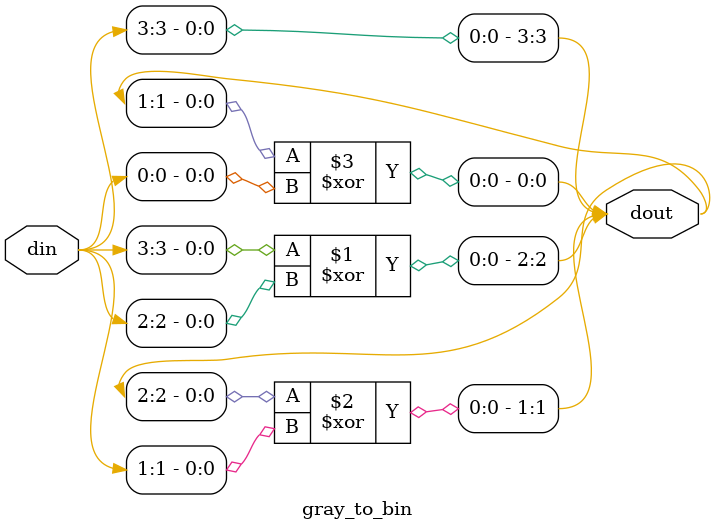
<source format=v>
`default_nettype wire
`timescale 1ns/1ps
module afifo_ctrl #(parameter
    WIDTH_DATA                =   36     ,
    WIDTH_ADDR                =   8      ,
    //when deep > MAX_DEEP - WATERAGE_UP , then alfull <= 1
    WATERAGE_UP               =   8      ,
    //when deep <= WATERAGE_DOWN , then alempty <= 1
    WATERAGE_DOWN             =   1      ,
    SHOW_AHEAD                =   0      ,
    OVERLIMIT_CHECK           =   1      ,
    OUT_REGISTERED            =   0      ,
    FIFO_SYNC_LEVEL           =   2
)
(
    input   wire                    wrclock   ,
    input   wire                    wr_rst    ,
    input   wire                    wen       ,
    output  wire                    wen_allow ,
    output  wire  [WIDTH_ADDR-1:0]  waddr     ,

    input   wire                    rdclock   ,
    input   wire                    rd_rst    ,
    input   wire                    ren       ,
    output  wire                    ren_allow ,
    output  wire  [WIDTH_ADDR-1:0]  raddr     ,
//    input   wire  [WIDTH_DATA-1:0]  rdata_ram ,
//    output  wire  [WIDTH_DATA-1:0]  rdata     ,

    output  wire                    alfull    ,
    output  reg                     full      ,
    output  wire                    alempty   ,
    output  reg                     empty     ,
    output  wire  [WIDTH_ADDR-1:0]  wr_deep   ,
    output  wire  [WIDTH_ADDR-1:0]  rd_deep
);

localparam  MAX_DEEP        = {WIDTH_ADDR{1'b1}};
localparam  WATERAGE_ALFULL = MAX_DEEP - WATERAGE_UP;

reg     [(WIDTH_ADDR - 1) : 0]  rd_addr       ;
reg     [(WIDTH_ADDR - 1) : 0]  rd_addr_gray1 ;
reg     [(WIDTH_ADDR - 1) : 0]  rd_addr_gray2 ;
reg     [(WIDTH_ADDR - 1) : 0]  rd_addr_gray3 ;
reg     [(WIDTH_ADDR - 1) : 0]  wr_addr       ;
reg     [(WIDTH_ADDR - 1) : 0]  wr_addr_gray1 ;
reg     [(WIDTH_ADDR - 1) : 0]  wr_addr_gray2 ;
(* ASYNC_REG = "TRUE" *) reg     [(WIDTH_ADDR - 1) : 0]  rd_addr_gray3s;
(* ASYNC_REG = "TRUE" *) reg     [(WIDTH_ADDR - 1) : 0]  rd_addr_gray2s;
(* ASYNC_REG = "TRUE" *) reg     [(WIDTH_ADDR - 1) : 0]  wr_addr_gray2s;

wire    [(WIDTH_ADDR - 1) : 0]  rd_addr_to_gray         ;
wire    [(WIDTH_ADDR - 1) : 0]  wr_addr_to_gray         ;
wire    [(WIDTH_ADDR - 1) : 0]  wr_addr_gray2_to_bin    ;
wire    [(WIDTH_ADDR - 1) : 0]  rd_addr_gray2s_to_bin   ;
wire    [(WIDTH_ADDR - 1) : 0]  wr_addr_gray2s_to_bin   ;
wire    [(WIDTH_ADDR - 1) : 0]  rd_addr_gray2_to_bin    ;

reg     [(WIDTH_ADDR - 1) : 0]  fifo_rd_used_cnt;
reg     [(WIDTH_ADDR - 1) : 0]  fifo_wr_used_cnt;

wire                            read_allow    ;
wire                            write_allow   ;
reg                             water_dn      ;
reg                             water_up      ;
wire                            emptyg        ;
wire                            almostemptyg  ;
wire                            fullg         ;
wire                            almostfullg   ;
reg                             almost_full   ;
reg                             almost_empty  ;

assign waddr        = wr_addr_gray2   ;
assign raddr        = (SHOW_AHEAD == 0 && OUT_REGISTERED == 0) ? rd_addr_gray2 :
                      (read_allow == 1'b1) ? rd_addr_gray1 : rd_addr_gray2;

assign alfull       = (WATERAGE_UP   == 1) ? almost_full : water_up;
assign alempty      = (WATERAGE_DOWN == 1) ? almost_empty: water_dn;
assign wr_deep      = fifo_wr_used_cnt;
assign rd_deep      = fifo_rd_used_cnt;
assign wen_allow    = write_allow     ;
assign ren_allow    = read_allow      ;

assign read_allow   = (OVERLIMIT_CHECK == 1) ? ren & ~empty : ren;
assign write_allow  = (OVERLIMIT_CHECK == 1) ? wen & ~full  : wen;

bin_to_gray #(WIDTH_ADDR) b2g_inst1(rd_addr,rd_addr_to_gray);
bin_to_gray #(WIDTH_ADDR) b2g_inst2(wr_addr,wr_addr_to_gray);

//------------------------------------------------------------------------------
// Generate the read addresses & pipelined gray-code versions
// If you're reading along in the Xilinx XAPP174, here's the conversion chart:
//   rd_addr_gray1 == read_nextgray
//   rd_addr_gray2 == read_addrgray
//   rd_addr_gray3 == read_lastgray
//
//  The addr and gray-code reset procedure has been designed
//  to be more "dumb-proof" when parameterized.  The initial
//  values are different than the Xilinx version.
//------------------------------------------------------------------------------
always @(posedge rdclock or posedge rd_rst) begin
    if(rd_rst) begin
        rd_addr_gray3 <= 2'd0;
        rd_addr_gray2 <= 2'd1;
        rd_addr_gray1 <= 2'd3;
        rd_addr       <= 2'd3;
    end
    else begin
        if(read_allow == 1'b1) begin
            rd_addr       <= rd_addr + 1'b1;
            rd_addr_gray1 <= rd_addr_to_gray;
            rd_addr_gray2 <= rd_addr_gray1;
            rd_addr_gray3 <= rd_addr_gray2;
        end
    end
end

//------------------------------------------------------------------------------
//  Generate the write addresses & pipelined gray-code versions
//    wr_addr_gray1 == write_nextgray
//    wr_addr_gray2 == write_addrgray
//------------------------------------------------------------------------------
always @(posedge wrclock or posedge wr_rst) begin
    if(wr_rst) begin
        wr_addr_gray2 <= 2'd1;
        wr_addr_gray1 <= 2'd3;
        wr_addr       <= 2'd3;
    end
    else begin
        if(write_allow == 1'b1) begin
            wr_addr       <= wr_addr + 1'b1;
            wr_addr_gray1 <= wr_addr_to_gray;
            wr_addr_gray2 <= wr_addr_gray1;
        end
    end
end

//------------------------------------------------------------------------------
//  gray-code transfer to different clock domain
//------------------------------------------------------------------------------
generate

if (FIFO_SYNC_LEVEL == 1) begin:level_one

    always @(posedge rdclock or posedge rd_rst) begin
        if(rd_rst == 1'b1) begin
            wr_addr_gray2s <= 2'd1;
        end
        else begin
            wr_addr_gray2s <= wr_addr_gray2;
        end
    end

    always @(posedge wrclock or posedge wr_rst) begin
        if(wr_rst == 1'b1) begin
            rd_addr_gray3s <= 2'd0;
            rd_addr_gray2s <= 2'd1;
        end
        else begin
            rd_addr_gray3s <= rd_addr_gray3;
            rd_addr_gray2s <= rd_addr_gray2;
        end
    end

end
else if (FIFO_SYNC_LEVEL == 2) begin:level_two

(* ASYNC_REG = "TRUE" *) reg     [(WIDTH_ADDR - 1) : 0]  rd_addr_gray3s_meta;
(* ASYNC_REG = "TRUE" *) reg     [(WIDTH_ADDR - 1) : 0]  rd_addr_gray2s_meta;
(* ASYNC_REG = "TRUE" *) reg     [(WIDTH_ADDR - 1) : 0]  wr_addr_gray2s_meta;

    always @(posedge rdclock or posedge rd_rst) begin
        if(rd_rst == 1'b1) begin
            wr_addr_gray2s_meta <= 2'd1;
            wr_addr_gray2s      <= 2'd1;
        end
        else begin
            wr_addr_gray2s_meta  <= wr_addr_gray2;
            wr_addr_gray2s <= wr_addr_gray2s_meta;
        end
    end

    always @(posedge wrclock or posedge wr_rst) begin
        if(wr_rst == 1'b1) begin
            rd_addr_gray3s_meta <= 2'd0;
            rd_addr_gray3s      <= 2'd0;
        end
        else begin
            rd_addr_gray3s_meta  <= rd_addr_gray3;
            rd_addr_gray3s <= rd_addr_gray3s_meta;
        end
    end

    always @(posedge wrclock or posedge wr_rst) begin
        if(wr_rst == 1'b1) begin
            rd_addr_gray2s_meta <= 2'd1;
            rd_addr_gray2s      <= 2'd1;
        end
        else begin
            rd_addr_gray2s_meta <= rd_addr_gray2;
            rd_addr_gray2s <= rd_addr_gray2s_meta;
        end
    end

end
else begin:level_error

    always @(posedge rdclock or posedge rd_rst) begin
        if(rd_rst == 1'b1) begin
            wr_addr_gray2s <= 2'd1;
        end
        else begin
            wr_addr_gray2s <= wr_addr_gray2;
        end
    end

    always @(posedge wrclock or posedge wr_rst) begin
        if(wr_rst == 1'b1) begin
            rd_addr_gray3s <= 2'd0;
            rd_addr_gray2s <= 2'd1;
        end
        else begin
            rd_addr_gray3s <= rd_addr_gray3;
            rd_addr_gray2s <= rd_addr_gray2;
        end
    end

end

endgenerate

//------------------------------------------------------------------------------
//  read/write addr are compared
//------------------------------------------------------------------------------

assign emptyg       = (wr_addr_gray2s == rd_addr_gray2) ? 1'b1 : 1'b0;
assign almostemptyg = (wr_addr_gray2s == rd_addr_gray1) ? 1'b1 : 1'b0;
assign fullg        = (wr_addr_gray2 == rd_addr_gray3s) ? 1'b1 : 1'b0;
assign almostfullg  = (wr_addr_gray1 == rd_addr_gray3s) ? 1'b1 : 1'b0;

//------------------------------------------------------------------------------
//  Generate Empty
//------------------------------------------------------------------------------
always @(posedge rdclock or posedge rd_rst) begin
    if(rd_rst) begin
        empty <= 1'b1;
    end
    else begin
        if(emptyg == 1'b1 || (almostemptyg == 1'b1 && read_allow == 1'b1)) begin
            empty <= 1'b1;
        end
        else begin
            empty <= 1'b0;
        end
    end
end

//------------------------------------------------------------------------------
//  Generate Full
//------------------------------------------------------------------------------
always @(posedge wrclock or posedge wr_rst) begin
    if(wr_rst) begin
        full <= 1'b1;
    end
    else begin
        if(fullg == 1'b1 || (almostfullg == 1'b1 && write_allow == 1'b1)) begin
            full <= 1'b1;
        end
        else begin
            full <= 1'b0;
        end
    end
end

//------------------------------------------------------------------------------
//  Generate AlmostEmpty
//------------------------------------------------------------------------------
always @(posedge rdclock or posedge almostemptyg) begin
    if(almostemptyg) begin
        almost_empty <= 1'b1;
    end
    else begin
        if(emptyg == 1'b1) begin
            almost_empty <= 1'b1;
        end
        else begin
            almost_empty <= 1'b0;
        end
    end
end

//------------------------------------------------------------------------------
//  Generate AlmostFull
//------------------------------------------------------------------------------
always @(posedge wrclock or posedge almostfullg) begin
    if(almostfullg) begin
        almost_full <= 1'b1;
    end
    else begin
        if(fullg == 1'b1) begin
            almost_full <= 1'b1;
        end
        else begin
            almost_full <= 1'b0;
        end
    end
end

//------------------------------------------------------------------------------
//  Generate Used Counter
//------------------------------------------------------------------------------

gray_to_bin #(WIDTH_ADDR) g2b_inst1(wr_addr_gray2  , wr_addr_gray2_to_bin );
gray_to_bin #(WIDTH_ADDR) g2b_inst2(rd_addr_gray2s , rd_addr_gray2s_to_bin);
gray_to_bin #(WIDTH_ADDR) g2b_inst3(wr_addr_gray2s , wr_addr_gray2s_to_bin);
gray_to_bin #(WIDTH_ADDR) g2b_inst4(rd_addr_gray2  , rd_addr_gray2_to_bin );

always @(posedge rdclock or posedge rd_rst) begin
    if(rd_rst) begin
        fifo_rd_used_cnt <= {WIDTH_ADDR{1'b0}};
    end
    else begin
        fifo_rd_used_cnt <= wr_addr_gray2s_to_bin - rd_addr_gray2_to_bin;
    end
end

always @(posedge wrclock or posedge wr_rst) begin
    if(wr_rst) begin
        fifo_wr_used_cnt <= {WIDTH_ADDR{1'b0}};
    end
    else begin
        fifo_wr_used_cnt <= wr_addr_gray2_to_bin - rd_addr_gray2s_to_bin;
    end
end

//------------------------------------------------------------------------------
//  Generate water flag
//------------------------------------------------------------------------------

always @(posedge rdclock or posedge rd_rst) begin
    if(rd_rst) begin
        water_dn <= 1'b1;
    end
    else begin
        if(fifo_rd_used_cnt <= WATERAGE_DOWN) begin
            water_dn <= 1'b1;
        end
        else begin
            water_dn <= 1'b0;
        end
    end
end

always @(posedge wrclock or posedge wr_rst) begin
    if(wr_rst) begin
        water_up <= 1'b0;
    end
    else begin
        if(fifo_wr_used_cnt >= WATERAGE_ALFULL) begin
            water_up <= 1'b1;
        end
        else begin
            water_up <= 1'b0;
        end
    end
end

//##############################################################################
// ģ��ʵ����
//##############################################################################

endmodule

//##############################################################################
// �����Ʊ��뵽�������ת��ģ��
//##############################################################################
module bin_to_gray
#(
    parameter   WIDTH              = 4
)
(
    input       [(WIDTH-1) : 0]    din,
    output      [(WIDTH-1) : 0]    dout
);

assign dout = din ^ (din >> 1);

endmodule

//##############################################################################
// �����뵽�����Ʊ����ת��ģ��
//##############################################################################
module gray_to_bin
#(
    parameter   WIDTH              = 4
)
(
    input       [(WIDTH-1) : 0]    din,
    output      [(WIDTH-1) : 0]    dout
);

assign dout[WIDTH-1] = din[WIDTH-1];

generate

    genvar i;
    for(i = WIDTH-2 ; i >= 0 ; i = i-1)
    begin:inst
        xor (dout[i] , dout[i+1] , din[i]);
        //dout[i] = dout[i+1] ^ din[i];
    end

endgenerate

endmodule

</source>
